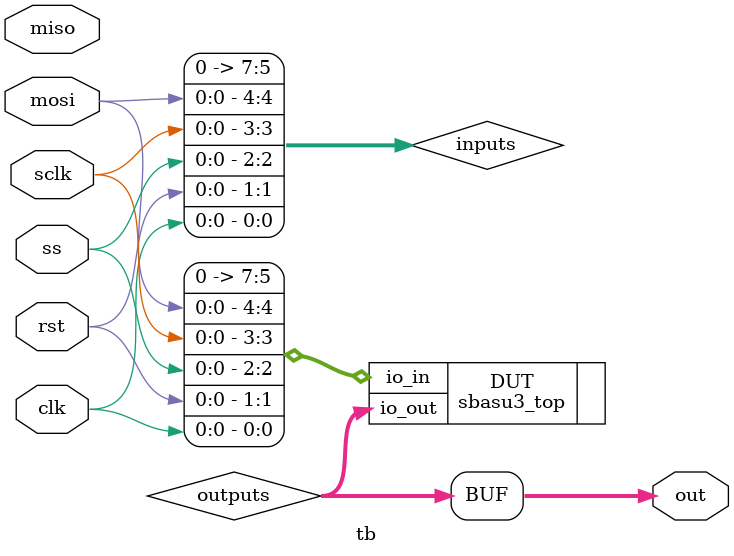
<source format=v>
`default_nettype none
`timescale 1ns/1ps

/*
this testbench just instantiates the module and makes some convenient wires
that can be driven / tested by the cocotb test.py
*/

module tb (
    // testbench is controlled by test.py
    input clk,
    input rst,
	input ss,
	input sclk,
	input mosi,
	input miso,
    output [7:0] out
   );

    // this part dumps the trace to a vcd file that can be viewed with GTKWave
    initial begin
        $dumpfile ("tb.vcd");
        $dumpvars (0, tb);
        #1;
    end

    // wire up the inputs and outputs
    wire [7:0] inputs = {3'b0,mosi,sclk,ss,rst,clk};
    wire [7:0] outputs;
    assign out = outputs[7:0];

    // instantiate the DUT
        sbasu3_top DUT(
		.io_in  (inputs),
        .io_out (outputs)
        );

endmodule

</source>
